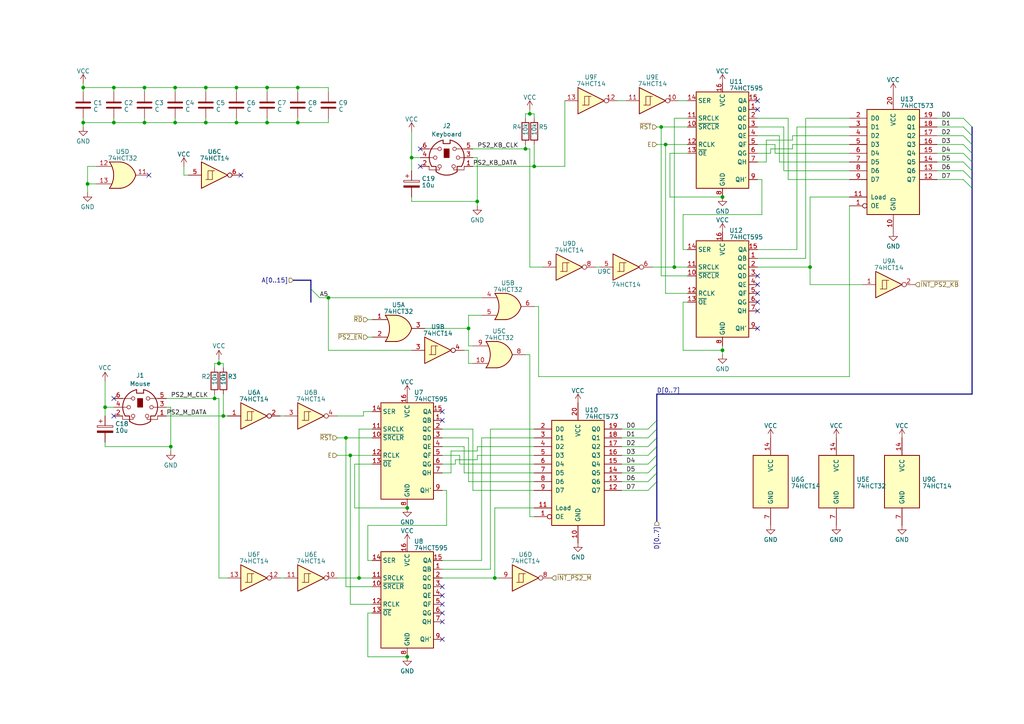
<source format=kicad_sch>
(kicad_sch (version 20231120) (generator "eeschema") (generator_version "8.0")
  (paper "A4")
  (lib_symbols
    (symbol "74xx:74HC14" (pin_names (offset 1.016))
      (property "Reference" "U" (at 0 1.27 0))
      (property "Value" "74HC14" (at 0 -1.27 0))
      (symbol "74HC14_1_0"
        (polyline (pts (xy -3.81 3.81) (xy -3.81 -3.81) (xy 3.81 0) (xy -3.81 3.81)) (stroke (width 0.254)) (fill (type background)))
        (pin input line (at -7.62 0 0) (length 3.81) (name "~") (number "1"))
        (pin output inverted (at 7.62 0 180) (length 3.81) (name "~") (number "2"))
      )
      (symbol "74HC14_1_1"
        (polyline (pts (xy -1.905 -1.27) (xy -1.905 1.27) (xy -0.635 1.27)))
        (polyline (pts (xy -2.54 -1.27) (xy -0.635 -1.27) (xy -0.635 1.27) (xy 0 1.27)))
      )
      (symbol "74HC14_2_0"
        (polyline (pts (xy -3.81 3.81) (xy -3.81 -3.81) (xy 3.81 0) (xy -3.81 3.81)) (stroke (width 0.254)) (fill (type background)))
        (pin input line (at -7.62 0 0) (length 3.81) (name "~") (number "3"))
        (pin output inverted (at 7.62 0 180) (length 3.81) (name "~") (number "4"))
      )
      (symbol "74HC14_2_1"
        (polyline (pts (xy -1.905 -1.27) (xy -1.905 1.27) (xy -0.635 1.27)))
        (polyline (pts (xy -2.54 -1.27) (xy -0.635 -1.27) (xy -0.635 1.27) (xy 0 1.27)))
      )
      (symbol "74HC14_3_0"
        (polyline (pts (xy -3.81 3.81) (xy -3.81 -3.81) (xy 3.81 0) (xy -3.81 3.81)) (stroke (width 0.254)) (fill (type background)))
        (pin input line (at -7.62 0 0) (length 3.81) (name "~") (number "5"))
        (pin output inverted (at 7.62 0 180) (length 3.81) (name "~") (number "6"))
      )
      (symbol "74HC14_3_1"
        (polyline (pts (xy -1.905 -1.27) (xy -1.905 1.27) (xy -0.635 1.27)))
        (polyline (pts (xy -2.54 -1.27) (xy -0.635 -1.27) (xy -0.635 1.27) (xy 0 1.27)))
      )
      (symbol "74HC14_4_0"
        (polyline (pts (xy -3.81 3.81) (xy -3.81 -3.81) (xy 3.81 0) (xy -3.81 3.81)) (stroke (width 0.254)) (fill (type background)))
        (pin output inverted (at 7.62 0 180) (length 3.81) (name "~") (number "8"))
        (pin input line (at -7.62 0 0) (length 3.81) (name "~") (number "9"))
      )
      (symbol "74HC14_4_1"
        (polyline (pts (xy -1.905 -1.27) (xy -1.905 1.27) (xy -0.635 1.27)))
        (polyline (pts (xy -2.54 -1.27) (xy -0.635 -1.27) (xy -0.635 1.27) (xy 0 1.27)))
      )
      (symbol "74HC14_5_0"
        (polyline (pts (xy -3.81 3.81) (xy -3.81 -3.81) (xy 3.81 0) (xy -3.81 3.81)) (stroke (width 0.254)) (fill (type background)))
        (pin output inverted (at 7.62 0 180) (length 3.81) (name "~") (number "10"))
        (pin input line (at -7.62 0 0) (length 3.81) (name "~") (number "11"))
      )
      (symbol "74HC14_5_1"
        (polyline (pts (xy -1.905 -1.27) (xy -1.905 1.27) (xy -0.635 1.27)))
        (polyline (pts (xy -2.54 -1.27) (xy -0.635 -1.27) (xy -0.635 1.27) (xy 0 1.27)))
      )
      (symbol "74HC14_6_0"
        (polyline (pts (xy -3.81 3.81) (xy -3.81 -3.81) (xy 3.81 0) (xy -3.81 3.81)) (stroke (width 0.254)) (fill (type background)))
        (pin output inverted (at 7.62 0 180) (length 3.81) (name "~") (number "12"))
        (pin input line (at -7.62 0 0) (length 3.81) (name "~") (number "13"))
      )
      (symbol "74HC14_6_1"
        (polyline (pts (xy -1.905 -1.27) (xy -1.905 1.27) (xy -0.635 1.27)))
        (polyline (pts (xy -2.54 -1.27) (xy -0.635 -1.27) (xy -0.635 1.27) (xy 0 1.27)))
      )
      (symbol "74HC14_7_0"
        (pin power_in line (at 0 12.7 270) (length 5.08) (name "VCC") (number "14"))
        (pin power_in line (at 0 -12.7 90) (length 5.08) (name "GND") (number "7"))
      )
      (symbol "74HC14_7_1"
        (rectangle (start -5.08 7.62) (end 5.08 -7.62) (stroke (width 0.254)) (fill (type background)))
      )
    )
    (symbol "74xx:74HC595"
      (property "Reference" "U" (at -7.62 13.97 0))
      (property "Value" "74HC595" (at -7.62 -16.51 0))
      (symbol "74HC595_1_0"
        (pin tri_state line (at 10.16 7.62 180) (length 2.54) (name "QB") (number "1"))
        (pin input line (at -10.16 2.54 0) (length 2.54) (name "~{SRCLR}") (number "10"))
        (pin input line (at -10.16 5.08 0) (length 2.54) (name "SRCLK") (number "11"))
        (pin input line (at -10.16 -2.54 0) (length 2.54) (name "RCLK") (number "12"))
        (pin input line (at -10.16 -5.08 0) (length 2.54) (name "~{OE}") (number "13"))
        (pin input line (at -10.16 10.16 0) (length 2.54) (name "SER") (number "14"))
        (pin tri_state line (at 10.16 10.16 180) (length 2.54) (name "QA") (number "15"))
        (pin power_in line (at 0 15.24 270) (length 2.54) (name "VCC") (number "16"))
        (pin tri_state line (at 10.16 5.08 180) (length 2.54) (name "QC") (number "2"))
        (pin tri_state line (at 10.16 2.54 180) (length 2.54) (name "QD") (number "3"))
        (pin tri_state line (at 10.16 0 180) (length 2.54) (name "QE") (number "4"))
        (pin tri_state line (at 10.16 -2.54 180) (length 2.54) (name "QF") (number "5"))
        (pin tri_state line (at 10.16 -5.08 180) (length 2.54) (name "QG") (number "6"))
        (pin tri_state line (at 10.16 -7.62 180) (length 2.54) (name "QH") (number "7"))
        (pin power_in line (at 0 -17.78 90) (length 2.54) (name "GND") (number "8"))
        (pin output line (at 10.16 -12.7 180) (length 2.54) (name "QH'") (number "9"))
      )
      (symbol "74HC595_1_1"
        (rectangle (start -7.62 12.7) (end 7.62 -15.24) (stroke (width 0.254)) (fill (type background)))
      )
    )
    (symbol "74xx:74LS32" (pin_names (offset 1.016))
      (property "Reference" "U" (at 0 1.27 0))
      (property "Value" "74LS32" (at 0 -1.27 0))
      (symbol "74LS32_1_1"
        (arc (start -3.81 -3.81) (mid -2.589 0) (end -3.81 3.81) (stroke (width 0.254)))
        (arc (start -0.6096 -3.81) (mid 2.1842 -2.5851) (end 3.81 0) (stroke (width 0.254)) (fill (type background)))
        (polyline (pts (xy -3.81 -3.81) (xy -0.635 -3.81)) (stroke (width 0.254)) (fill (type background)))
        (polyline (pts (xy -3.81 3.81) (xy -0.635 3.81)) (stroke (width 0.254)) (fill (type background)))
        (polyline (pts (xy -0.635 3.81) (xy -3.81 3.81) (xy -3.81 3.81) (xy -3.556 3.4036) (xy -3.0226 2.2606) (xy -2.6924 1.0414) (xy -2.6162 -0.254) (xy -2.7686 -1.4986) (xy -3.175 -2.7178) (xy -3.81 -3.81) (xy -3.81 -3.81) (xy -0.635 -3.81)) (stroke (width -25.4)) (fill (type background)))
        (arc (start 3.81 0) (mid 2.1915 2.5936) (end -0.6096 3.81) (stroke (width 0.254)) (fill (type background)))
        (pin input line (at -7.62 2.54 0) (length 4.318) (name "~") (number "1"))
        (pin input line (at -7.62 -2.54 0) (length 4.318) (name "~") (number "2"))
        (pin output line (at 7.62 0 180) (length 3.81) (name "~") (number "3"))
      )
      (symbol "74LS32_1_2"
        (arc (start 0 -3.81) (mid 3.7934 0) (end 0 3.81) (stroke (width 0.254)) (fill (type background)))
        (polyline (pts (xy 0 3.81) (xy -3.81 3.81) (xy -3.81 -3.81) (xy 0 -3.81)) (stroke (width 0.254)) (fill (type background)))
        (pin input inverted (at -7.62 2.54 0) (length 3.81) (name "~") (number "1"))
        (pin input inverted (at -7.62 -2.54 0) (length 3.81) (name "~") (number "2"))
        (pin output inverted (at 7.62 0 180) (length 3.81) (name "~") (number "3"))
      )
      (symbol "74LS32_2_1"
        (arc (start -3.81 -3.81) (mid -2.589 0) (end -3.81 3.81) (stroke (width 0.254)))
        (arc (start -0.6096 -3.81) (mid 2.1842 -2.5851) (end 3.81 0) (stroke (width 0.254)) (fill (type background)))
        (polyline (pts (xy -3.81 -3.81) (xy -0.635 -3.81)) (stroke (width 0.254)) (fill (type background)))
        (polyline (pts (xy -3.81 3.81) (xy -0.635 3.81)) (stroke (width 0.254)) (fill (type background)))
        (polyline (pts (xy -0.635 3.81) (xy -3.81 3.81) (xy -3.81 3.81) (xy -3.556 3.4036) (xy -3.0226 2.2606) (xy -2.6924 1.0414) (xy -2.6162 -0.254) (xy -2.7686 -1.4986) (xy -3.175 -2.7178) (xy -3.81 -3.81) (xy -3.81 -3.81) (xy -0.635 -3.81)) (stroke (width -25.4)) (fill (type background)))
        (arc (start 3.81 0) (mid 2.1915 2.5936) (end -0.6096 3.81) (stroke (width 0.254)) (fill (type background)))
        (pin input line (at -7.62 2.54 0) (length 4.318) (name "~") (number "4"))
        (pin input line (at -7.62 -2.54 0) (length 4.318) (name "~") (number "5"))
        (pin output line (at 7.62 0 180) (length 3.81) (name "~") (number "6"))
      )
      (symbol "74LS32_2_2"
        (arc (start 0 -3.81) (mid 3.7934 0) (end 0 3.81) (stroke (width 0.254)) (fill (type background)))
        (polyline (pts (xy 0 3.81) (xy -3.81 3.81) (xy -3.81 -3.81) (xy 0 -3.81)) (stroke (width 0.254)) (fill (type background)))
        (pin input inverted (at -7.62 2.54 0) (length 3.81) (name "~") (number "4"))
        (pin input inverted (at -7.62 -2.54 0) (length 3.81) (name "~") (number "5"))
        (pin output inverted (at 7.62 0 180) (length 3.81) (name "~") (number "6"))
      )
      (symbol "74LS32_3_1"
        (arc (start -3.81 -3.81) (mid -2.589 0) (end -3.81 3.81) (stroke (width 0.254)))
        (arc (start -0.6096 -3.81) (mid 2.1842 -2.5851) (end 3.81 0) (stroke (width 0.254)) (fill (type background)))
        (polyline (pts (xy -3.81 -3.81) (xy -0.635 -3.81)) (stroke (width 0.254)) (fill (type background)))
        (polyline (pts (xy -3.81 3.81) (xy -0.635 3.81)) (stroke (width 0.254)) (fill (type background)))
        (polyline (pts (xy -0.635 3.81) (xy -3.81 3.81) (xy -3.81 3.81) (xy -3.556 3.4036) (xy -3.0226 2.2606) (xy -2.6924 1.0414) (xy -2.6162 -0.254) (xy -2.7686 -1.4986) (xy -3.175 -2.7178) (xy -3.81 -3.81) (xy -3.81 -3.81) (xy -0.635 -3.81)) (stroke (width -25.4)) (fill (type background)))
        (arc (start 3.81 0) (mid 2.1915 2.5936) (end -0.6096 3.81) (stroke (width 0.254)) (fill (type background)))
        (pin input line (at -7.62 -2.54 0) (length 4.318) (name "~") (number "10"))
        (pin output line (at 7.62 0 180) (length 3.81) (name "~") (number "8"))
        (pin input line (at -7.62 2.54 0) (length 4.318) (name "~") (number "9"))
      )
      (symbol "74LS32_3_2"
        (arc (start 0 -3.81) (mid 3.7934 0) (end 0 3.81) (stroke (width 0.254)) (fill (type background)))
        (polyline (pts (xy 0 3.81) (xy -3.81 3.81) (xy -3.81 -3.81) (xy 0 -3.81)) (stroke (width 0.254)) (fill (type background)))
        (pin input inverted (at -7.62 -2.54 0) (length 3.81) (name "~") (number "10"))
        (pin output inverted (at 7.62 0 180) (length 3.81) (name "~") (number "8"))
        (pin input inverted (at -7.62 2.54 0) (length 3.81) (name "~") (number "9"))
      )
      (symbol "74LS32_4_1"
        (arc (start -3.81 -3.81) (mid -2.589 0) (end -3.81 3.81) (stroke (width 0.254)))
        (arc (start -0.6096 -3.81) (mid 2.1842 -2.5851) (end 3.81 0) (stroke (width 0.254)) (fill (type background)))
        (polyline (pts (xy -3.81 -3.81) (xy -0.635 -3.81)) (stroke (width 0.254)) (fill (type background)))
        (polyline (pts (xy -3.81 3.81) (xy -0.635 3.81)) (stroke (width 0.254)) (fill (type background)))
        (polyline (pts (xy -0.635 3.81) (xy -3.81 3.81) (xy -3.81 3.81) (xy -3.556 3.4036) (xy -3.0226 2.2606) (xy -2.6924 1.0414) (xy -2.6162 -0.254) (xy -2.7686 -1.4986) (xy -3.175 -2.7178) (xy -3.81 -3.81) (xy -3.81 -3.81) (xy -0.635 -3.81)) (stroke (width -25.4)) (fill (type background)))
        (arc (start 3.81 0) (mid 2.1915 2.5936) (end -0.6096 3.81) (stroke (width 0.254)) (fill (type background)))
        (pin output line (at 7.62 0 180) (length 3.81) (name "~") (number "11"))
        (pin input line (at -7.62 2.54 0) (length 4.318) (name "~") (number "12"))
        (pin input line (at -7.62 -2.54 0) (length 4.318) (name "~") (number "13"))
      )
      (symbol "74LS32_4_2"
        (arc (start 0 -3.81) (mid 3.7934 0) (end 0 3.81) (stroke (width 0.254)) (fill (type background)))
        (polyline (pts (xy 0 3.81) (xy -3.81 3.81) (xy -3.81 -3.81) (xy 0 -3.81)) (stroke (width 0.254)) (fill (type background)))
        (pin output inverted (at 7.62 0 180) (length 3.81) (name "~") (number "11"))
        (pin input inverted (at -7.62 2.54 0) (length 3.81) (name "~") (number "12"))
        (pin input inverted (at -7.62 -2.54 0) (length 3.81) (name "~") (number "13"))
      )
      (symbol "74LS32_5_0"
        (pin power_in line (at 0 12.7 270) (length 5.08) (name "VCC") (number "14"))
        (pin power_in line (at 0 -12.7 90) (length 5.08) (name "GND") (number "7"))
      )
      (symbol "74LS32_5_1"
        (rectangle (start -5.08 7.62) (end 5.08 -7.62) (stroke (width 0.254)) (fill (type background)))
      )
    )
    (symbol "74xx:74LS573" (pin_names (offset 1.016))
      (property "Reference" "U" (at -7.62 16.51 0))
      (property "Value" "74LS573" (at -7.62 -16.51 0))
      (symbol "74LS573_1_0"
        (pin input inverted (at -12.7 -12.7 0) (length 5.08) (name "OE") (number "1"))
        (pin power_in line (at 0 -20.32 90) (length 5.08) (name "GND") (number "10"))
        (pin input line (at -12.7 -10.16 0) (length 5.08) (name "Load") (number "11"))
        (pin tri_state line (at 12.7 -5.08 180) (length 5.08) (name "Q7") (number "12"))
        (pin tri_state line (at 12.7 -2.54 180) (length 5.08) (name "Q6") (number "13"))
        (pin tri_state line (at 12.7 0 180) (length 5.08) (name "Q5") (number "14"))
        (pin tri_state line (at 12.7 2.54 180) (length 5.08) (name "Q4") (number "15"))
        (pin tri_state line (at 12.7 5.08 180) (length 5.08) (name "Q3") (number "16"))
        (pin tri_state line (at 12.7 7.62 180) (length 5.08) (name "Q2") (number "17"))
        (pin tri_state line (at 12.7 10.16 180) (length 5.08) (name "Q1") (number "18"))
        (pin tri_state line (at 12.7 12.7 180) (length 5.08) (name "Q0") (number "19"))
        (pin input line (at -12.7 12.7 0) (length 5.08) (name "D0") (number "2"))
        (pin power_in line (at 0 20.32 270) (length 5.08) (name "VCC") (number "20"))
        (pin input line (at -12.7 10.16 0) (length 5.08) (name "D1") (number "3"))
        (pin input line (at -12.7 7.62 0) (length 5.08) (name "D2") (number "4"))
        (pin input line (at -12.7 5.08 0) (length 5.08) (name "D3") (number "5"))
        (pin input line (at -12.7 2.54 0) (length 5.08) (name "D4") (number "6"))
        (pin input line (at -12.7 0 0) (length 5.08) (name "D5") (number "7"))
        (pin input line (at -12.7 -2.54 0) (length 5.08) (name "D6") (number "8"))
        (pin input line (at -12.7 -5.08 0) (length 5.08) (name "D7") (number "9"))
      )
      (symbol "74LS573_1_1"
        (rectangle (start -7.62 15.24) (end 7.62 -15.24) (stroke (width 0.254)) (fill (type background)))
      )
    )
    (symbol "Connector:Mini-DIN-6" (pin_names (offset 1.016))
      (property "Reference" "J" (at 0 6.35 0))
      (property "Value" "Mini-DIN-6" (at 0 -6.35 0))
      (symbol "Mini-DIN-6_0_1"
        (circle (center -3.302 0) (radius 0.508))
        (arc (start -3.048 -4.064) (mid 0 -5.08) (end 3.048 -4.064) (stroke (width 0.254)))
        (circle (center -2.032 -2.54) (radius 0.508))
        (circle (center -2.032 2.54) (radius 0.508))
        (arc (start -1.016 5.08) (mid -4.6228 2.1214) (end -4.318 -2.54) (stroke (width 0.254)))
        (rectangle (start -0.762 2.54) (end 0.762 0) (fill (type outline)))
        (polyline (pts (xy -3.81 0) (xy -5.08 0)))
        (polyline (pts (xy -2.54 2.54) (xy -5.08 2.54)))
        (polyline (pts (xy 2.794 2.54) (xy 5.08 2.54)))
        (polyline (pts (xy 5.08 0) (xy 3.81 0)))
        (polyline (pts (xy -4.318 -2.54) (xy -3.048 -2.54) (xy -3.048 -4.064)) (stroke (width 0.254)))
        (polyline (pts (xy 4.318 -2.54) (xy 3.048 -2.54) (xy 3.048 -4.064)) (stroke (width 0.254)))
        (polyline (pts (xy -2.032 -3.048) (xy -2.032 -3.556) (xy -5.08 -3.556) (xy -5.08 -2.54)))
        (polyline (pts (xy -1.016 5.08) (xy -1.016 4.064) (xy 1.016 4.064) (xy 1.016 5.08)) (stroke (width 0.254)))
        (polyline (pts (xy 2.032 -3.048) (xy 2.032 -3.556) (xy 5.08 -3.556) (xy 5.08 -2.54)))
        (circle (center 2.032 -2.54) (radius 0.508))
        (circle (center 2.286 2.54) (radius 0.508))
        (circle (center 3.302 0) (radius 0.508))
        (arc (start 4.318 -2.54) (mid 4.6661 2.1322) (end 1.016 5.08) (stroke (width 0.254)))
      )
      (symbol "Mini-DIN-6_1_1"
        (pin passive line (at 7.62 -2.54 180) (length 2.54) (name "~") (number "1"))
        (pin passive line (at -7.62 -2.54 0) (length 2.54) (name "~") (number "2"))
        (pin passive line (at 7.62 0 180) (length 2.54) (name "~") (number "3"))
        (pin passive line (at -7.62 0 0) (length 2.54) (name "~") (number "4"))
        (pin passive line (at 7.62 2.54 180) (length 2.54) (name "~") (number "5"))
        (pin passive line (at -7.62 2.54 0) (length 2.54) (name "~") (number "6"))
      )
    )
    (symbol "Device:C" (pin_numbers hide) (pin_names (offset 0.254))
      (property "Reference" "C" (at 0.635 2.54 0))
      (property "Value" "C" (at 0.635 -2.54 0))
      (symbol "C_0_1"
        (polyline (pts (xy -2.032 -0.762) (xy 2.032 -0.762)) (stroke (width 0.508)))
        (polyline (pts (xy -2.032 0.762) (xy 2.032 0.762)) (stroke (width 0.508)))
      )
      (symbol "C_1_1"
        (pin passive line (at 0 3.81 270) (length 2.794) (name "~") (number "1"))
        (pin passive line (at 0 -3.81 90) (length 2.794) (name "~") (number "2"))
      )
    )
    (symbol "Device:C_Polarized" (pin_numbers hide) (pin_names (offset 0.254))
      (property "Reference" "C" (at 0.635 2.54 0))
      (property "Value" "C_Polarized" (at 0.635 -2.54 0))
      (symbol "C_Polarized_0_1"
        (rectangle (start -2.286 0.508) (end 2.286 1.016))
        (polyline (pts (xy -1.778 2.286) (xy -0.762 2.286)))
        (polyline (pts (xy -1.27 2.794) (xy -1.27 1.778)))
        (rectangle (start 2.286 -0.508) (end -2.286 -1.016) (fill (type outline)))
      )
      (symbol "C_Polarized_1_1"
        (pin passive line (at 0 3.81 270) (length 2.794) (name "~") (number "1"))
        (pin passive line (at 0 -3.81 90) (length 2.794) (name "~") (number "2"))
      )
    )
    (symbol "Device:R" (pin_numbers hide) (pin_names (offset 0))
      (property "Reference" "R" (at 2.032 0 90))
      (property "Value" "R" (at 0 0 90))
      (symbol "R_0_1"
        (rectangle (start -1.016 -2.54) (end 1.016 2.54) (stroke (width 0.254)))
      )
      (symbol "R_1_1"
        (pin passive line (at 0 3.81 270) (length 1.27) (name "~") (number "1"))
        (pin passive line (at 0 -3.81 90) (length 1.27) (name "~") (number "2"))
      )
    )
    (symbol "power:GND" (power) (pin_names (offset 0))
      (property "Value" "GND" (at 0 -3.81 0))
      (symbol "GND_0_1"
        (polyline (pts (xy 0 0) (xy 0 -1.27) (xy 1.27 -1.27) (xy 0 -2.54) (xy -1.27 -1.27) (xy 0 -1.27)))
      )
      (symbol "GND_1_1"
        (pin power_in line (at 0 0 270) (length 0) hide (name "GND") (number "1"))
      )
    )
    (symbol "power:VCC" (power) (pin_names (offset 0))
      (property "Value" "VCC" (at 0 3.81 0))
      (symbol "VCC_0_1"
        (polyline (pts (xy -0.762 1.27) (xy 0 2.54)))
        (polyline (pts (xy 0 0) (xy 0 2.54)))
        (polyline (pts (xy 0 2.54) (xy 0.762 1.27)))
      )
      (symbol "VCC_1_1"
        (pin power_in line (at 0 0 90) (length 0) hide (name "VCC") (number "1"))
      )
    )
  )
  (junction (at 63.5 105.41))
  (junction (at 234.95 77.47))
  (junction (at 154.94 48.26))
  (junction (at 193.04 41.91))
  (junction (at 77.47 35.56))
  (junction (at 143.51 167.64))
  (junction (at 62.23 115.57))
  (junction (at 95.25 86.36))
  (junction (at 41.91 35.56))
  (junction (at 209.55 101.6))
  (junction (at 195.58 77.47))
  (junction (at 86.36 35.56))
  (junction (at 50.8 25.4))
  (junction (at 24.13 25.4))
  (junction (at 119.38 45.72))
  (junction (at 118.11 147.32))
  (junction (at 25.4 53.34))
  (junction (at 209.55 57.15))
  (junction (at 68.58 25.4))
  (junction (at 50.8 35.56))
  (junction (at 135.89 95.25))
  (junction (at 24.13 35.56))
  (junction (at 152.4 43.18))
  (junction (at 64.77 120.65))
  (junction (at 68.58 35.56))
  (junction (at 101.6 132.08))
  (junction (at 138.43 58.42))
  (junction (at 33.02 25.4))
  (junction (at 118.11 190.5))
  (junction (at 77.47 25.4))
  (junction (at 153.67 33.02))
  (junction (at 100.33 127))
  (junction (at 104.14 167.64))
  (junction (at 59.69 25.4))
  (junction (at 49.53 129.54))
  (junction (at 41.91 25.4))
  (junction (at 33.02 35.56))
  (junction (at 86.36 25.4))
  (junction (at 59.69 35.56))
  (junction (at 30.48 118.11))
  (junction (at 191.77 36.83))
  (no_connect (at 219.71 29.21))
  (no_connect (at 33.02 120.65))
  (no_connect (at 128.27 119.38))
  (no_connect (at 121.92 48.26))
  (no_connect (at 121.92 43.18))
  (no_connect (at 128.27 180.34))
  (no_connect (at 69.85 50.8))
  (no_connect (at 128.27 177.8))
  (no_connect (at 128.27 121.92))
  (no_connect (at 219.71 80.01))
  (no_connect (at 128.27 172.72))
  (no_connect (at 219.71 82.55))
  (no_connect (at 219.71 31.75))
  (no_connect (at 219.71 95.25))
  (no_connect (at 219.71 85.09))
  (no_connect (at 219.71 87.63))
  (no_connect (at 128.27 170.18))
  (no_connect (at 128.27 185.42))
  (no_connect (at 33.02 115.57))
  (no_connect (at 128.27 175.26))
  (no_connect (at 219.71 90.17))
  (no_connect (at 43.18 50.8))
  (bus_entry (at 190.5 121.92) (size -2.54 2.54))
  (bus_entry (at 281.94 39.37) (size -2.54 -2.54))
  (bus_entry (at 281.94 36.83) (size -2.54 -2.54))
  (bus_entry (at 281.94 49.53) (size -2.54 -2.54))
  (bus_entry (at 281.94 46.99) (size -2.54 -2.54))
  (bus_entry (at 281.94 41.91) (size -2.54 -2.54))
  (bus_entry (at 190.5 127) (size -2.54 2.54))
  (bus_entry (at 190.5 134.62) (size -2.54 2.54))
  (bus_entry (at 281.94 54.61) (size -2.54 -2.54))
  (bus_entry (at 281.94 52.07) (size -2.54 -2.54))
  (bus_entry (at 190.5 132.08) (size -2.54 2.54))
  (bus_entry (at 190.5 124.46) (size -2.54 2.54))
  (bus_entry (at 281.94 44.45) (size -2.54 -2.54))
  (bus_entry (at 190.5 139.7) (size -2.54 2.54))
  (bus_entry (at 190.5 137.16) (size -2.54 2.54))
  (bus_entry (at 90.17 83.82) (size 2.54 2.54))
  (bus_entry (at 190.5 129.54) (size -2.54 2.54))
  (wire (pts (xy 77.47 26.67) (xy 77.47 25.4)))
  (wire (pts (xy 142.24 124.46) (xy 154.94 124.46)))
  (bus (pts (xy 190.5 124.46) (xy 190.5 127)))
  (wire (pts (xy 135.89 91.44) (xy 139.7 91.44)))
  (bus (pts (xy 281.94 49.53) (xy 281.94 52.07)))
  (wire (pts (xy 180.34 127) (xy 187.96 127)))
  (wire (pts (xy 143.51 167.64) (xy 144.78 167.64)))
  (wire (pts (xy 219.71 44.45) (xy 223.52 44.45)))
  (wire (pts (xy 59.69 35.56) (xy 68.58 35.56)))
  (wire (pts (xy 271.78 52.07) (xy 279.4 52.07)))
  (wire (pts (xy 234.95 82.55) (xy 250.19 82.55)))
  (wire (pts (xy 64.77 114.3) (xy 64.77 120.65)))
  (wire (pts (xy 180.34 129.54) (xy 187.96 129.54)))
  (wire (pts (xy 41.91 25.4) (xy 41.91 26.67)))
  (wire (pts (xy 128.27 165.1) (xy 142.24 165.1)))
  (wire (pts (xy 107.95 177.8) (xy 106.68 177.8)))
  (wire (pts (xy 48.26 120.65) (xy 64.77 120.65)))
  (wire (pts (xy 193.04 41.91) (xy 199.39 41.91)))
  (wire (pts (xy 24.13 25.4) (xy 24.13 26.67)))
  (wire (pts (xy 154.94 147.32) (xy 143.51 147.32)))
  (wire (pts (xy 142.24 165.1) (xy 142.24 124.46)))
  (wire (pts (xy 138.43 58.42) (xy 138.43 59.69)))
  (wire (pts (xy 119.38 38.1) (xy 119.38 45.72)))
  (wire (pts (xy 154.94 41.91) (xy 154.94 48.26)))
  (wire (pts (xy 64.77 105.41) (xy 63.5 105.41)))
  (wire (pts (xy 128.27 127) (xy 135.89 127)))
  (wire (pts (xy 271.78 39.37) (xy 279.4 39.37)))
  (wire (pts (xy 100.33 127) (xy 107.95 127)))
  (wire (pts (xy 24.13 25.4) (xy 33.02 25.4)))
  (wire (pts (xy 157.48 77.47) (xy 153.67 77.47)))
  (wire (pts (xy 49.53 130.81) (xy 49.53 129.54)))
  (wire (pts (xy 33.02 35.56) (xy 41.91 35.56)))
  (wire (pts (xy 220.98 52.07) (xy 220.98 62.23)))
  (bus (pts (xy 90.17 81.28) (xy 90.17 83.82)))
  (wire (pts (xy 154.94 142.24) (xy 137.16 142.24)))
  (wire (pts (xy 234.95 82.55) (xy 234.95 77.47)))
  (bus (pts (xy 190.5 127) (xy 190.5 129.54)))
  (wire (pts (xy 137.16 45.72) (xy 138.43 45.72)))
  (wire (pts (xy 50.8 25.4) (xy 59.69 25.4)))
  (wire (pts (xy 130.81 137.16) (xy 130.81 130.81)))
  (wire (pts (xy 195.58 34.29) (xy 199.39 34.29)))
  (wire (pts (xy 77.47 35.56) (xy 86.36 35.56)))
  (wire (pts (xy 33.02 118.11) (xy 30.48 118.11)))
  (wire (pts (xy 64.77 120.65) (xy 66.04 120.65)))
  (bus (pts (xy 190.5 132.08) (xy 190.5 134.62)))
  (wire (pts (xy 229.87 41.91) (xy 246.38 41.91)))
  (wire (pts (xy 180.34 137.16) (xy 187.96 137.16)))
  (wire (pts (xy 77.47 34.29) (xy 77.47 35.56)))
  (wire (pts (xy 222.25 40.64) (xy 229.87 40.64)))
  (wire (pts (xy 41.91 34.29) (xy 41.91 35.56)))
  (wire (pts (xy 139.7 162.56) (xy 139.7 127)))
  (wire (pts (xy 231.14 36.83) (xy 246.38 36.83)))
  (wire (pts (xy 153.67 31.75) (xy 153.67 33.02)))
  (wire (pts (xy 123.19 95.25) (xy 135.89 95.25)))
  (wire (pts (xy 219.71 36.83) (xy 227.33 36.83)))
  (wire (pts (xy 190.5 36.83) (xy 191.77 36.83)))
  (bus (pts (xy 190.5 129.54) (xy 190.5 132.08)))
  (bus (pts (xy 281.94 36.83) (xy 281.94 39.37)))
  (wire (pts (xy 59.69 25.4) (xy 68.58 25.4)))
  (wire (pts (xy 133.35 132.08) (xy 133.35 134.62)))
  (wire (pts (xy 106.68 162.56) (xy 107.95 162.56)))
  (wire (pts (xy 154.94 33.02) (xy 154.94 34.29)))
  (wire (pts (xy 63.5 105.41) (xy 62.23 105.41)))
  (wire (pts (xy 86.36 26.67) (xy 86.36 25.4)))
  (wire (pts (xy 135.89 100.33) (xy 137.16 100.33)))
  (wire (pts (xy 135.89 91.44) (xy 135.89 95.25)))
  (wire (pts (xy 137.16 124.46) (xy 128.27 124.46)))
  (wire (pts (xy 199.39 44.45) (xy 194.31 44.45)))
  (wire (pts (xy 107.95 134.62) (xy 102.87 134.62)))
  (wire (pts (xy 246.38 57.15) (xy 234.95 57.15)))
  (wire (pts (xy 163.83 48.26) (xy 163.83 29.21)))
  (wire (pts (xy 119.38 49.53) (xy 119.38 45.72)))
  (wire (pts (xy 119.38 58.42) (xy 138.43 58.42)))
  (wire (pts (xy 156.21 109.22) (xy 246.38 109.22)))
  (wire (pts (xy 196.85 29.21) (xy 199.39 29.21)))
  (bus (pts (xy 281.94 52.07) (xy 281.94 54.61)))
  (wire (pts (xy 33.02 26.67) (xy 33.02 25.4)))
  (wire (pts (xy 97.79 120.65) (xy 105.41 120.65)))
  (wire (pts (xy 172.72 77.47) (xy 173.99 77.47)))
  (wire (pts (xy 41.91 35.56) (xy 50.8 35.56)))
  (wire (pts (xy 86.36 25.4) (xy 95.25 25.4)))
  (wire (pts (xy 48.26 118.11) (xy 49.53 118.11)))
  (wire (pts (xy 228.6 52.07) (xy 228.6 34.29)))
  (wire (pts (xy 246.38 52.07) (xy 228.6 52.07)))
  (wire (pts (xy 137.16 142.24) (xy 137.16 124.46)))
  (wire (pts (xy 191.77 80.01) (xy 199.39 80.01)))
  (wire (pts (xy 129.54 142.24) (xy 129.54 152.4)))
  (wire (pts (xy 132.08 134.62) (xy 132.08 133.35)))
  (wire (pts (xy 219.71 77.47) (xy 234.95 77.47)))
  (wire (pts (xy 100.33 127) (xy 100.33 170.18)))
  (wire (pts (xy 133.35 134.62) (xy 154.94 134.62)))
  (wire (pts (xy 198.12 72.39) (xy 199.39 72.39)))
  (wire (pts (xy 59.69 34.29) (xy 59.69 35.56)))
  (wire (pts (xy 199.39 87.63) (xy 198.12 87.63)))
  (wire (pts (xy 135.89 101.6) (xy 134.62 101.6)))
  (bus (pts (xy 281.94 44.45) (xy 281.94 46.99)))
  (bus (pts (xy 190.5 134.62) (xy 190.5 137.16)))
  (wire (pts (xy 95.25 26.67) (xy 95.25 25.4)))
  (wire (pts (xy 195.58 77.47) (xy 199.39 77.47)))
  (wire (pts (xy 156.21 109.22) (xy 156.21 88.9)))
  (wire (pts (xy 180.34 139.7) (xy 187.96 139.7)))
  (wire (pts (xy 68.58 35.56) (xy 77.47 35.56)))
  (wire (pts (xy 63.5 167.64) (xy 63.5 115.57)))
  (wire (pts (xy 135.89 139.7) (xy 154.94 139.7)))
  (wire (pts (xy 138.43 132.08) (xy 154.94 132.08)))
  (wire (pts (xy 226.06 46.99) (xy 246.38 46.99)))
  (wire (pts (xy 154.94 88.9) (xy 156.21 88.9)))
  (wire (pts (xy 66.04 167.64) (xy 63.5 167.64)))
  (wire (pts (xy 195.58 77.47) (xy 195.58 34.29)))
  (wire (pts (xy 233.68 34.29) (xy 246.38 34.29)))
  (wire (pts (xy 135.89 101.6) (xy 135.89 105.41)))
  (wire (pts (xy 229.87 43.18) (xy 229.87 41.91)))
  (wire (pts (xy 152.4 43.18) (xy 153.67 43.18)))
  (wire (pts (xy 137.16 48.26) (xy 154.94 48.26)))
  (wire (pts (xy 229.87 39.37) (xy 246.38 39.37)))
  (wire (pts (xy 97.79 127) (xy 100.33 127)))
  (wire (pts (xy 219.71 46.99) (xy 222.25 46.99)))
  (wire (pts (xy 68.58 34.29) (xy 68.58 35.56)))
  (wire (pts (xy 106.68 97.79) (xy 107.95 97.79)))
  (wire (pts (xy 143.51 147.32) (xy 143.51 167.64)))
  (wire (pts (xy 25.4 53.34) (xy 25.4 55.88)))
  (wire (pts (xy 132.08 133.35) (xy 138.43 133.35)))
  (wire (pts (xy 198.12 101.6) (xy 209.55 101.6)))
  (wire (pts (xy 128.27 134.62) (xy 132.08 134.62)))
  (wire (pts (xy 153.67 149.86) (xy 154.94 149.86)))
  (wire (pts (xy 62.23 114.3) (xy 62.23 115.57)))
  (wire (pts (xy 180.34 134.62) (xy 187.96 134.62)))
  (bus (pts (xy 190.5 137.16) (xy 190.5 139.7)))
  (wire (pts (xy 33.02 34.29) (xy 33.02 35.56)))
  (wire (pts (xy 129.54 152.4) (xy 106.68 152.4)))
  (wire (pts (xy 59.69 26.67) (xy 59.69 25.4)))
  (wire (pts (xy 97.79 167.64) (xy 104.14 167.64)))
  (wire (pts (xy 48.26 115.57) (xy 62.23 115.57)))
  (wire (pts (xy 271.78 46.99) (xy 279.4 46.99)))
  (wire (pts (xy 41.91 25.4) (xy 50.8 25.4)))
  (wire (pts (xy 138.43 133.35) (xy 138.43 132.08)))
  (wire (pts (xy 224.79 41.91) (xy 224.79 44.45)))
  (wire (pts (xy 104.14 124.46) (xy 107.95 124.46)))
  (wire (pts (xy 153.67 102.87) (xy 153.67 149.86)))
  (wire (pts (xy 24.13 34.29) (xy 24.13 35.56)))
  (wire (pts (xy 30.48 129.54) (xy 49.53 129.54)))
  (wire (pts (xy 24.13 35.56) (xy 24.13 36.83)))
  (wire (pts (xy 81.28 120.65) (xy 82.55 120.65)))
  (bus (pts (xy 281.94 114.3) (xy 190.5 114.3)))
  (wire (pts (xy 271.78 41.91) (xy 279.4 41.91)))
  (wire (pts (xy 30.48 128.27) (xy 30.48 129.54)))
  (wire (pts (xy 219.71 39.37) (xy 226.06 39.37)))
  (wire (pts (xy 209.55 101.6) (xy 209.55 102.87)))
  (wire (pts (xy 138.43 130.81) (xy 138.43 129.54)))
  (wire (pts (xy 220.98 62.23) (xy 198.12 62.23)))
  (wire (pts (xy 104.14 167.64) (xy 104.14 124.46)))
  (wire (pts (xy 199.39 36.83) (xy 191.77 36.83)))
  (wire (pts (xy 128.27 162.56) (xy 139.7 162.56)))
  (wire (pts (xy 138.43 45.72) (xy 138.43 58.42)))
  (wire (pts (xy 227.33 49.53) (xy 246.38 49.53)))
  (wire (pts (xy 53.34 50.8) (xy 54.61 50.8)))
  (wire (pts (xy 27.94 48.26) (xy 25.4 48.26)))
  (wire (pts (xy 194.31 57.15) (xy 209.55 57.15)))
  (bus (pts (xy 85.09 81.28) (xy 90.17 81.28)))
  (wire (pts (xy 101.6 175.26) (xy 107.95 175.26)))
  (wire (pts (xy 101.6 132.08) (xy 107.95 132.08)))
  (wire (pts (xy 137.16 43.18) (xy 152.4 43.18)))
  (wire (pts (xy 223.52 43.18) (xy 229.87 43.18)))
  (wire (pts (xy 246.38 109.22) (xy 246.38 59.69)))
  (wire (pts (xy 106.68 177.8) (xy 106.68 190.5)))
  (wire (pts (xy 152.4 33.02) (xy 153.67 33.02)))
  (wire (pts (xy 152.4 102.87) (xy 153.67 102.87)))
  (wire (pts (xy 68.58 25.4) (xy 68.58 26.67)))
  (wire (pts (xy 229.87 40.64) (xy 229.87 39.37)))
  (wire (pts (xy 24.13 24.13) (xy 24.13 25.4)))
  (wire (pts (xy 154.94 48.26) (xy 163.83 48.26)))
  (wire (pts (xy 95.25 101.6) (xy 95.25 86.36)))
  (wire (pts (xy 100.33 170.18) (xy 107.95 170.18)))
  (wire (pts (xy 228.6 34.29) (xy 219.71 34.29)))
  (wire (pts (xy 224.79 44.45) (xy 246.38 44.45)))
  (wire (pts (xy 101.6 132.08) (xy 101.6 175.26)))
  (wire (pts (xy 64.77 106.68) (xy 64.77 105.41)))
  (wire (pts (xy 92.71 86.36) (xy 95.25 86.36)))
  (wire (pts (xy 271.78 34.29) (xy 279.4 34.29)))
  (wire (pts (xy 86.36 35.56) (xy 95.25 35.56)))
  (bus (pts (xy 190.5 139.7) (xy 190.5 151.13)))
  (wire (pts (xy 81.28 167.64) (xy 82.55 167.64)))
  (wire (pts (xy 219.71 74.93) (xy 233.68 74.93)))
  (wire (pts (xy 135.89 127) (xy 135.89 139.7)))
  (wire (pts (xy 209.55 101.6) (xy 209.55 100.33)))
  (wire (pts (xy 30.48 120.65) (xy 30.48 118.11)))
  (wire (pts (xy 95.25 86.36) (xy 139.7 86.36)))
  (wire (pts (xy 102.87 147.32) (xy 118.11 147.32)))
  (wire (pts (xy 134.62 137.16) (xy 154.94 137.16)))
  (wire (pts (xy 97.79 132.08) (xy 101.6 132.08)))
  (wire (pts (xy 153.67 33.02) (xy 154.94 33.02)))
  (bus (pts (xy 281.94 54.61) (xy 281.94 114.3)))
  (bus (pts (xy 281.94 39.37) (xy 281.94 41.91)))
  (wire (pts (xy 180.34 142.24) (xy 187.96 142.24)))
  (wire (pts (xy 30.48 110.49) (xy 30.48 118.11)))
  (bus (pts (xy 281.94 41.91) (xy 281.94 44.45)))
  (wire (pts (xy 271.78 44.45) (xy 279.4 44.45)))
  (wire (pts (xy 53.34 48.26) (xy 53.34 50.8)))
  (wire (pts (xy 50.8 34.29) (xy 50.8 35.56)))
  (wire (pts (xy 130.81 130.81) (xy 138.43 130.81)))
  (wire (pts (xy 134.62 129.54) (xy 134.62 137.16)))
  (bus (pts (xy 281.94 46.99) (xy 281.94 49.53)))
  (wire (pts (xy 180.34 124.46) (xy 187.96 124.46)))
  (wire (pts (xy 106.68 92.71) (xy 107.95 92.71)))
  (wire (pts (xy 128.27 137.16) (xy 130.81 137.16)))
  (bus (pts (xy 90.17 83.82) (xy 90.17 87.63)))
  (wire (pts (xy 226.06 39.37) (xy 226.06 46.99)))
  (wire (pts (xy 105.41 119.38) (xy 107.95 119.38)))
  (wire (pts (xy 63.5 104.14) (xy 63.5 105.41)))
  (wire (pts (xy 271.78 36.83) (xy 279.4 36.83)))
  (wire (pts (xy 222.25 46.99) (xy 222.25 40.64)))
  (wire (pts (xy 27.94 53.34) (xy 25.4 53.34)))
  (wire (pts (xy 95.25 34.29) (xy 95.25 35.56)))
  (wire (pts (xy 223.52 44.45) (xy 223.52 43.18)))
  (wire (pts (xy 193.04 85.09) (xy 199.39 85.09)))
  (wire (pts (xy 86.36 34.29) (xy 86.36 35.56)))
  (wire (pts (xy 102.87 134.62) (xy 102.87 147.32)))
  (wire (pts (xy 138.43 129.54) (xy 154.94 129.54)))
  (wire (pts (xy 105.41 120.65) (xy 105.41 119.38)))
  (wire (pts (xy 219.71 41.91) (xy 224.79 41.91)))
  (wire (pts (xy 231.14 72.39) (xy 231.14 36.83)))
  (wire (pts (xy 198.12 87.63) (xy 198.12 101.6)))
  (wire (pts (xy 128.27 142.24) (xy 129.54 142.24)))
  (wire (pts (xy 119.38 57.15) (xy 119.38 58.42)))
  (wire (pts (xy 271.78 49.53) (xy 279.4 49.53)))
  (wire (pts (xy 77.47 25.4) (xy 86.36 25.4)))
  (wire (pts (xy 121.92 45.72) (xy 119.38 45.72)))
  (wire (pts (xy 24.13 35.56) (xy 33.02 35.56)))
  (wire (pts (xy 25.4 48.26) (xy 25.4 53.34)))
  (wire (pts (xy 190.5 41.91) (xy 193.04 41.91)))
  (wire (pts (xy 50.8 35.56) (xy 59.69 35.56)))
  (wire (pts (xy 234.95 57.15) (xy 234.95 77.47)))
  (wire (pts (xy 179.07 29.21) (xy 181.61 29.21)))
  (wire (pts (xy 119.38 101.6) (xy 95.25 101.6)))
  (wire (pts (xy 106.68 190.5) (xy 118.11 190.5)))
  (wire (pts (xy 153.67 77.47) (xy 153.67 43.18)))
  (wire (pts (xy 128.27 129.54) (xy 134.62 129.54)))
  (wire (pts (xy 198.12 62.23) (xy 198.12 72.39)))
  (wire (pts (xy 128.27 167.64) (xy 143.51 167.64)))
  (wire (pts (xy 152.4 41.91) (xy 152.4 43.18)))
  (wire (pts (xy 33.02 25.4) (xy 41.91 25.4)))
  (wire (pts (xy 219.71 52.07) (xy 220.98 52.07)))
  (wire (pts (xy 135.89 95.25) (xy 135.89 100.33)))
  (wire (pts (xy 106.68 152.4) (xy 106.68 162.56)))
  (wire (pts (xy 104.14 167.64) (xy 107.95 167.64)))
  (bus (pts (xy 190.5 114.3) (xy 190.5 121.92)))
  (wire (pts (xy 152.4 34.29) (xy 152.4 33.02)))
  (wire (pts (xy 135.89 105.41) (xy 137.16 105.41)))
  (wire (pts (xy 227.33 36.83) (xy 227.33 49.53)))
  (wire (pts (xy 194.31 44.45) (xy 194.31 57.15)))
  (wire (pts (xy 128.27 132.08) (xy 133.35 132.08)))
  (wire (pts (xy 233.68 74.93) (xy 233.68 34.29)))
  (wire (pts (xy 139.7 127) (xy 154.94 127)))
  (wire (pts (xy 193.04 41.91) (xy 193.04 85.09)))
  (wire (pts (xy 180.34 132.08) (xy 187.96 132.08)))
  (bus (pts (xy 190.5 121.92) (xy 190.5 124.46)))
  (wire (pts (xy 62.23 105.41) (xy 62.23 106.68)))
  (wire (pts (xy 49.53 118.11) (xy 49.53 129.54)))
  (wire (pts (xy 219.71 72.39) (xy 231.14 72.39)))
  (wire (pts (xy 68.58 25.4) (xy 77.47 25.4)))
  (wire (pts (xy 191.77 36.83) (xy 191.77 80.01)))
  (wire (pts (xy 189.23 77.47) (xy 195.58 77.47)))
  (wire (pts (xy 62.23 115.57) (xy 63.5 115.57)))
  (wire (pts (xy 50.8 25.4) (xy 50.8 26.67)))
  (label "D5" (at 181.61 137.16 0))
  (label "D7" (at 181.61 142.24 0))
  (label "D4" (at 181.61 134.62 0))
  (label "D3" (at 181.61 132.08 0))
  (label "D1" (at 181.61 127 0))
  (label "PS2_KB_CLK" (at 138.43 43.18 0))
  (label "D2" (at 273.05 39.37 0))
  (label "A5" (at 92.71 86.36 0))
  (label "PS2_KB_DATA" (at 137.16 48.26 0))
  (label "D3" (at 273.05 41.91 0))
  (label "D0" (at 273.05 34.29 0))
  (label "D5" (at 273.05 46.99 0))
  (label "PS2_M_DATA" (at 48.26 120.65 0))
  (label "D4" (at 273.05 44.45 0))
  (label "PS2_M_CLK" (at 49.53 115.57 0))
  (label "D0" (at 181.61 124.46 0))
  (label "D1" (at 273.05 36.83 0))
  (label "D[0..7]" (at 190.5 114.3 0))
  (label "D7" (at 273.05 52.07 0))
  (label "D6" (at 273.05 49.53 0))
  (label "D6" (at 181.61 139.7 0))
  (label "D2" (at 181.61 129.54 0))
  (hierarchical_label "~{PS2_EN}" (shape input) (at 106.68 97.79 180))
  (hierarchical_label "E" (shape input) (at 190.5 41.91 180))
  (hierarchical_label "~{INT_PS2_KB}" (shape input) (at 265.43 82.55 0))
  (hierarchical_label "~{RST}" (shape input) (at 97.79 127 180))
  (hierarchical_label "~{INT_PS2_M}" (shape input) (at 160.02 167.64 0))
  (hierarchical_label "A[0..15]" (shape input) (at 85.09 81.28 180))
  (hierarchical_label "~{RST}" (shape input) (at 190.5 36.83 180))
  (hierarchical_label "D[0..7]" (shape input) (at 190.5 151.13 270))
  (hierarchical_label "E" (shape input) (at 97.79 132.08 180))
  (hierarchical_label "~{RD}" (shape input) (at 106.68 92.71 180))
  (symbol (lib_id "Device:C") (at 68.58 30.48 0) (unit 1)
    (property "Reference" "C6" (at 71.501 29.8363 0) (effects (justify left)))
    (property "Value" "C" (at 71.501 31.7573 0) (effects (justify left)))
    (property "Footprint" "Capacitor_THT:C_Disc_D5.0mm_W2.5mm_P2.50mm" (effects (hide yes)))
  )
  (symbol (lib_id "Connector:Mini-DIN-6") (at 129.54 45.72 0) (unit 1)
    (property "Reference" "J2" (at 129.5577 36.4955 0))
    (property "Value" "Keyboard" (at 129.5577 38.9198 0))
    (property "Footprint" "motherboard:mini-DIN 6" (effects (hide yes)))
    (property "Datasheet" "http://service.powerdynamics.com/ec/Catalog17/Section%2011.pdf" (effects (hide yes)))
  )
  (symbol (lib_id "74xx:74HC595") (at 118.11 172.72 0) (unit 1)
    (property "Reference" "U8" (at 120.0659 157.0101 0) (effects (justify left)))
    (property "Value" "74HCT595" (at 120.0659 158.9311 0) (effects (justify left)))
    (property "Footprint" "Package_DIP:DIP-16_W7.62mm_Socket" (effects (hide yes)))
    (property "Datasheet" "http://www.ti.com/lit/ds/symlink/sn74hc595.pdf" (effects (hide yes)))
  )
  (symbol (lib_id "power:VCC") (at 53.34 48.26 0) (unit 1)
    (property "Reference" "#PWR014" (effects (hide yes)))
    (property "Value" "VCC" (at 53.34 44.7581 0))
  )
  (symbol (lib_id "74xx:74LS573") (at 259.08 46.99 0) (unit 1)
    (property "Reference" "U13" (at 261.0359 28.7401 0) (effects (justify left)))
    (property "Value" "74HCT573" (at 261.0359 30.6611 0) (effects (justify left)))
    (property "Footprint" "Package_DIP:DIP-20_W7.62mm_Socket" (effects (hide yes)))
    (property "Datasheet" "74xx/74hc573.pdf" (effects (hide yes)))
  )
  (symbol (lib_id "74xx:74HC14") (at 165.1 77.47 0) (unit 4)
    (property "Reference" "U9" (at 165.1 70.6501 0))
    (property "Value" "74HCT14" (at 165.1 72.5711 0))
    (property "Footprint" "Package_DIP:DIP-14_W7.62mm_Socket" (effects (hide yes)))
    (property "Datasheet" "http://www.ti.com/lit/gpn/sn74HC14" (effects (hide yes)))
  )
  (symbol (lib_id "power:VCC") (at 209.55 24.13 0) (unit 1)
    (property "Reference" "#PWR023" (effects (hide yes)))
    (property "Value" "VCC" (at 209.55 20.6281 0))
  )
  (symbol (lib_id "Device:C_Polarized") (at 119.38 53.34 0) (unit 1)
    (property "Reference" "C19" (at 122.301 51.8073 0) (effects (justify left)))
    (property "Value" "10u" (at 122.301 53.7283 0) (effects (justify left)))
    (property "Footprint" "Capacitor_THT:CP_Radial_D4.0mm_P2.00mm" (effects (hide yes)))
  )
  (symbol (lib_id "74xx:74HC14") (at 189.23 29.21 0) (unit 5)
    (property "Reference" "U9" (at 189.23 22.3901 0))
    (property "Value" "74HCT14" (at 189.23 24.3111 0))
    (property "Footprint" "Package_DIP:DIP-14_W7.62mm_Socket" (effects (hide yes)))
    (property "Datasheet" "http://www.ti.com/lit/gpn/sn74HC14" (effects (hide yes)))
  )
  (symbol (lib_id "74xx:74HC14") (at 62.23 50.8 0) (unit 3)
    (property "Reference" "U6" (at 62.23 43.9801 0))
    (property "Value" "74HCT14" (at 62.23 45.9011 0))
    (property "Footprint" "Package_DIP:DIP-14_W7.62mm_Socket" (effects (hide yes)))
    (property "Datasheet" "http://www.ti.com/lit/gpn/sn74HC14" (effects (hide yes)))
  )
  (symbol (lib_id "Device:C") (at 50.8 30.48 0) (unit 1)
    (property "Reference" "C4" (at 53.721 29.8363 0) (effects (justify left)))
    (property "Value" "C" (at 53.721 31.7573 0) (effects (justify left)))
    (property "Footprint" "Capacitor_THT:C_Disc_D5.0mm_W2.5mm_P2.50mm" (effects (hide yes)))
  )
  (symbol (lib_id "Device:C") (at 95.25 30.48 0) (unit 1)
    (property "Reference" "C9" (at 98.171 29.8363 0) (effects (justify left)))
    (property "Value" "C" (at 98.171 31.7573 0) (effects (justify left)))
    (property "Footprint" "Capacitor_THT:C_Disc_D5.0mm_W2.5mm_P2.50mm" (effects (hide yes)))
  )
  (symbol (lib_id "power:GND") (at 209.55 57.15 0) (unit 1)
    (property "Reference" "#PWR024" (effects (hide yes)))
    (property "Value" "GND" (at 209.55 61.2855 0))
  )
  (symbol (lib_id "74xx:74HC14") (at 223.52 139.7 0) (unit 7)
    (property "Reference" "U6" (at 229.362 139.0563 0) (effects (justify left)))
    (property "Value" "74HCT14" (at 229.362 140.9773 0) (effects (justify left)))
    (property "Footprint" "Package_DIP:DIP-14_W7.62mm_Socket" (effects (hide yes)))
    (property "Datasheet" "http://www.ti.com/lit/gpn/sn74HC14" (effects (hide yes)))
  )
  (symbol (lib_id "Device:C") (at 59.69 30.48 0) (unit 1)
    (property "Reference" "C5" (at 62.611 29.8363 0) (effects (justify left)))
    (property "Value" "C" (at 62.611 31.7573 0) (effects (justify left)))
    (property "Footprint" "Capacitor_THT:C_Disc_D5.0mm_W2.5mm_P2.50mm" (effects (hide yes)))
  )
  (symbol (lib_id "74xx:74HC14") (at 127 101.6 0) (unit 2)
    (property "Reference" "U9" (at 127 94.7801 0))
    (property "Value" "74HCT14" (at 127 96.7011 0))
    (property "Footprint" "Package_DIP:DIP-14_W7.62mm_Socket" (effects (hide yes)))
    (property "Datasheet" "http://www.ti.com/lit/gpn/sn74HC14" (effects (hide yes)))
  )
  (symbol (lib_id "Device:R") (at 64.77 110.49 0) (unit 1)
    (property "Reference" "R3" (at 66.04 109.22 0) (effects (justify left)))
    (property "Value" "10k" (at 64.77 111.76 90) (effects (justify left)))
    (property "Footprint" "Resistor_THT:R_Axial_DIN0204_L3.6mm_D1.6mm_P7.62mm_Horizontal" (effects (hide yes)))
  )
  (symbol (lib_id "power:VCC") (at 119.38 38.1 0) (unit 1)
    (property "Reference" "#PWR019" (effects (hide yes)))
    (property "Value" "VCC" (at 119.38 34.5981 0))
  )
  (symbol (lib_id "power:GND") (at 25.4 55.88 0) (unit 1)
    (property "Reference" "#PWR012" (effects (hide yes)))
    (property "Value" "GND" (at 25.4 60.0155 0))
  )
  (symbol (lib_id "Device:C") (at 41.91 30.48 0) (unit 1)
    (property "Reference" "C3" (at 44.831 29.8363 0) (effects (justify left)))
    (property "Value" "C" (at 44.831 31.7573 0) (effects (justify left)))
    (property "Footprint" "Capacitor_THT:C_Disc_D5.0mm_W2.5mm_P2.50mm" (effects (hide yes)))
  )
  (symbol (lib_id "74xx:74HC14") (at 257.81 82.55 0) (unit 1)
    (property "Reference" "U9" (at 257.81 75.7301 0))
    (property "Value" "74HCT14" (at 257.81 77.6511 0))
    (property "Footprint" "Package_DIP:DIP-14_W7.62mm_Socket" (effects (hide yes)))
    (property "Datasheet" "http://www.ti.com/lit/gpn/sn74HC14" (effects (hide yes)))
  )
  (symbol (lib_id "power:VCC") (at 209.55 67.31 0) (unit 1)
    (property "Reference" "#PWR025" (effects (hide yes)))
    (property "Value" "VCC" (at 209.55 63.8081 0))
  )
  (symbol (lib_id "74xx:74LS32") (at 147.32 88.9 0) (unit 2)
    (property "Reference" "U5" (at 147.32 82.0801 0))
    (property "Value" "74HCT32" (at 147.32 84.0011 0))
    (property "Footprint" "Package_DIP:DIP-14_W7.62mm_Socket" (effects (hide yes)))
    (property "Datasheet" "http://www.ti.com/lit/gpn/sn74LS32" (effects (hide yes)))
  )
  (symbol (lib_id "power:GND") (at 118.11 190.5 0) (unit 1)
    (property "Reference" "#PWR018" (effects (hide yes)))
    (property "Value" "GND" (at 118.11 194.6355 0))
  )
  (symbol (lib_id "74xx:74HC14") (at 90.17 120.65 0) (unit 2)
    (property "Reference" "U6" (at 90.17 113.8301 0))
    (property "Value" "74HCT14" (at 90.17 115.7511 0))
    (property "Footprint" "Package_DIP:DIP-14_W7.62mm_Socket" (effects (hide yes)))
    (property "Datasheet" "http://www.ti.com/lit/gpn/sn74HC14" (effects (hide yes)))
  )
  (symbol (lib_id "Device:R") (at 152.4 38.1 0) (unit 1)
    (property "Reference" "R4" (at 148.59 36.83 0) (effects (justify left)))
    (property "Value" "10k" (at 152.4 39.37 90) (effects (justify left)))
    (property "Footprint" "Resistor_THT:R_Axial_DIN0204_L3.6mm_D1.6mm_P7.62mm_Horizontal" (effects (hide yes)))
  )
  (symbol (lib_id "power:GND") (at 167.64 157.48 0) (unit 1)
    (property "Reference" "#PWR022" (effects (hide yes)))
    (property "Value" "GND" (at 167.64 161.6155 0))
  )
  (symbol (lib_id "power:VCC") (at 259.08 26.67 0) (unit 1)
    (property "Reference" "#PWR031" (effects (hide yes)))
    (property "Value" "VCC" (at 259.08 23.1681 0))
  )
  (symbol (lib_id "power:VCC") (at 261.62 127 0) (unit 1)
    (property "Reference" "#PWR033" (effects (hide yes)))
    (property "Value" "VCC" (at 261.62 123.4981 0))
  )
  (symbol (lib_id "power:VCC") (at 167.64 116.84 0) (unit 1)
    (property "Reference" "#PWR021" (effects (hide yes)))
    (property "Value" "VCC" (at 167.64 113.3381 0))
  )
  (symbol (lib_id "power:VCC") (at 24.13 24.13 0) (unit 1)
    (property "Reference" "#PWR010" (effects (hide yes)))
    (property "Value" "VCC" (at 24.13 20.6281 0))
  )
  (symbol (lib_id "Device:C") (at 86.36 30.48 0) (unit 1)
    (property "Reference" "C8" (at 89.281 29.8363 0) (effects (justify left)))
    (property "Value" "C" (at 89.281 31.7573 0) (effects (justify left)))
    (property "Footprint" "Capacitor_THT:C_Disc_D5.0mm_W2.5mm_P2.50mm" (effects (hide yes)))
  )
  (symbol (lib_id "power:GND") (at 223.52 152.4 0) (unit 1)
    (property "Reference" "#PWR028" (effects (hide yes)))
    (property "Value" "GND" (at 223.52 156.5355 0))
  )
  (symbol (lib_id "Device:R") (at 154.94 38.1 0) (unit 1)
    (property "Reference" "R5" (at 156.21 36.83 0) (effects (justify left)))
    (property "Value" "10k" (at 154.94 39.37 90) (effects (justify left)))
    (property "Footprint" "Resistor_THT:R_Axial_DIN0204_L3.6mm_D1.6mm_P7.62mm_Horizontal" (effects (hide yes)))
  )
  (symbol (lib_id "74xx:74LS32") (at 115.57 95.25 0) (unit 1)
    (property "Reference" "U5" (at 115.57 88.4301 0))
    (property "Value" "74HCT32" (at 115.57 90.3511 0))
    (property "Footprint" "Package_DIP:DIP-14_W7.62mm_Socket" (effects (hide yes)))
    (property "Datasheet" "http://www.ti.com/lit/gpn/sn74LS32" (effects (hide yes)))
  )
  (symbol (lib_id "power:GND") (at 118.11 147.32 0) (unit 1)
    (property "Reference" "#PWR016" (effects (hide yes)))
    (property "Value" "GND" (at 118.11 151.4555 0))
  )
  (symbol (lib_id "Device:C_Polarized") (at 30.48 124.46 0) (unit 1)
    (property "Reference" "C18" (at 33.401 122.9273 0) (effects (justify left)))
    (property "Value" "10u" (at 33.401 124.8483 0) (effects (justify left)))
    (property "Footprint" "Capacitor_THT:CP_Radial_D4.0mm_P2.00mm" (effects (hide yes)))
  )
  (symbol (lib_id "Device:C") (at 77.47 30.48 0) (unit 1)
    (property "Reference" "C7" (at 80.391 29.8363 0) (effects (justify left)))
    (property "Value" "C" (at 80.391 31.7573 0) (effects (justify left)))
    (property "Footprint" "Capacitor_THT:C_Disc_D5.0mm_W2.5mm_P2.50mm" (effects (hide yes)))
  )
  (symbol (lib_id "power:VCC") (at 242.57 127 0) (unit 1)
    (property "Reference" "#PWR029" (effects (hide yes)))
    (property "Value" "VCC" (at 242.57 123.4981 0))
  )
  (symbol (lib_id "74xx:74HC14") (at 73.66 120.65 0) (unit 1)
    (property "Reference" "U6" (at 73.66 113.8301 0))
    (property "Value" "74HCT14" (at 73.66 115.7511 0))
    (property "Footprint" "Package_DIP:DIP-14_W7.62mm_Socket" (effects (hide yes)))
    (property "Datasheet" "http://www.ti.com/lit/gpn/sn74HC14" (effects (hide yes)))
  )
  (symbol (lib_id "power:GND") (at 259.08 67.31 0) (unit 1)
    (property "Reference" "#PWR032" (effects (hide yes)))
    (property "Value" "GND" (at 259.08 71.4455 0))
  )
  (symbol (lib_id "Device:C") (at 24.13 30.48 0) (unit 1)
    (property "Reference" "C1" (at 27.051 29.8363 0) (effects (justify left)))
    (property "Value" "C" (at 27.051 31.7573 0) (effects (justify left)))
    (property "Footprint" "Capacitor_THT:C_Disc_D5.0mm_W2.5mm_P2.50mm" (effects (hide yes)))
  )
  (symbol (lib_id "74xx:74LS32") (at 35.56 50.8 0) (unit 4)
    (property "Reference" "U5" (at 35.56 43.9801 0))
    (property "Value" "74HCT32" (at 35.56 45.9011 0))
    (property "Footprint" "Package_DIP:DIP-14_W7.62mm_Socket" (effects (hide yes)))
    (property "Datasheet" "http://www.ti.com/lit/gpn/sn74LS32" (effects (hide yes)))
  )
  (symbol (lib_id "Device:C") (at 33.02 30.48 0) (unit 1)
    (property "Reference" "C2" (at 35.941 29.8363 0) (effects (justify left)))
    (property "Value" "C" (at 35.941 31.7573 0) (effects (justify left)))
    (property "Footprint" "Capacitor_THT:C_Disc_D5.0mm_W2.5mm_P2.50mm" (effects (hide yes)))
  )
  (symbol (lib_id "power:VCC") (at 153.67 31.75 0) (unit 1)
    (property "Reference" "#PWR061" (effects (hide yes)))
    (property "Value" "VCC" (at 153.67 28.2481 0))
  )
  (symbol (lib_id "power:GND") (at 261.62 152.4 0) (unit 1)
    (property "Reference" "#PWR034" (effects (hide yes)))
    (property "Value" "GND" (at 261.62 156.5355 0))
  )
  (symbol (lib_id "74xx:74HC14") (at 171.45 29.21 0) (unit 6)
    (property "Reference" "U9" (at 171.45 22.3901 0))
    (property "Value" "74HCT14" (at 171.45 24.3111 0))
    (property "Footprint" "Package_DIP:DIP-14_W7.62mm_Socket" (effects (hide yes)))
    (property "Datasheet" "http://www.ti.com/lit/gpn/sn74HC14" (effects (hide yes)))
  )
  (symbol (lib_id "74xx:74HC14") (at 152.4 167.64 0) (unit 4)
    (property "Reference" "U6" (at 152.4 160.8201 0))
    (property "Value" "74HCT14" (at 152.4 162.7411 0))
    (property "Footprint" "Package_DIP:DIP-14_W7.62mm_Socket" (effects (hide yes)))
    (property "Datasheet" "http://www.ti.com/lit/gpn/sn74HC14" (effects (hide yes)))
  )
  (symbol (lib_id "74xx:74HC14") (at 181.61 77.47 0) (unit 3)
    (property "Reference" "U9" (at 175.26 78.74 0))
    (property "Value" "74HCT14" (at 181.61 82.55 0))
    (property "Footprint" "Package_DIP:DIP-14_W7.62mm_Socket" (effects (hide yes)))
    (property "Datasheet" "http://www.ti.com/lit/gpn/sn74HC14" (effects (hide yes)))
  )
  (symbol (lib_id "74xx:74LS32") (at 144.78 102.87 0) (unit 3)
    (property "Reference" "U5" (at 144.78 96.0501 0))
    (property "Value" "74HCT32" (at 144.78 97.9711 0))
    (property "Footprint" "Package_DIP:DIP-14_W7.62mm_Socket" (effects (hide yes)))
    (property "Datasheet" "http://www.ti.com/lit/gpn/sn74LS32" (effects (hide yes)))
  )
  (symbol (lib_id "power:GND") (at 209.55 102.87 0) (unit 1)
    (property "Reference" "#PWR026" (effects (hide yes)))
    (property "Value" "GND" (at 209.55 107.0055 0))
  )
  (symbol (lib_id "74xx:74LS573") (at 167.64 137.16 0) (unit 1)
    (property "Reference" "U10" (at 169.5959 118.9101 0) (effects (justify left)))
    (property "Value" "74HCT573" (at 169.5959 120.8311 0) (effects (justify left)))
    (property "Footprint" "Package_DIP:DIP-20_W7.62mm_Socket" (effects (hide yes)))
    (property "Datasheet" "74xx/74hc573.pdf" (effects (hide yes)))
  )
  (symbol (lib_id "74xx:74HC595") (at 209.55 39.37 0) (unit 1)
    (property "Reference" "U11" (at 211.5059 23.6601 0) (effects (justify left)))
    (property "Value" "74HCT595" (at 211.5059 25.5811 0) (effects (justify left)))
    (property "Footprint" "Package_DIP:DIP-16_W7.62mm_Socket" (effects (hide yes)))
    (property "Datasheet" "http://www.ti.com/lit/ds/symlink/sn74hc595.pdf" (effects (hide yes)))
  )
  (symbol (lib_id "74xx:74HC14") (at 90.17 167.64 0) (unit 5)
    (property "Reference" "U6" (at 90.17 160.8201 0))
    (property "Value" "74HCT14" (at 90.17 162.7411 0))
    (property "Footprint" "Package_DIP:DIP-14_W7.62mm_Socket" (effects (hide yes)))
    (property "Datasheet" "http://www.ti.com/lit/gpn/sn74HC14" (effects (hide yes)))
  )
  (symbol (lib_id "power:GND") (at 138.43 59.69 0) (unit 1)
    (property "Reference" "#PWR020" (effects (hide yes)))
    (property "Value" "GND" (at 138.43 63.8255 0))
  )
  (symbol (lib_id "Connector:Mini-DIN-6") (at 40.64 118.11 0) (unit 1)
    (property "Reference" "J1" (at 40.6577 108.8855 0))
    (property "Value" "Mouse" (at 40.6577 111.3098 0))
    (property "Footprint" "motherboard:mini-DIN 6" (effects (hide yes)))
    (property "Datasheet" "http://service.powerdynamics.com/ec/Catalog17/Section%2011.pdf" (effects (hide yes)))
  )
  (symbol (lib_id "74xx:74HC595") (at 209.55 82.55 0) (unit 1)
    (property "Reference" "U12" (at 211.5059 66.8401 0) (effects (justify left)))
    (property "Value" "74HCT595" (at 211.5059 68.7611 0) (effects (justify left)))
    (property "Footprint" "Package_DIP:DIP-16_W7.62mm_Socket" (effects (hide yes)))
    (property "Datasheet" "http://www.ti.com/lit/ds/symlink/sn74hc595.pdf" (effects (hide yes)))
  )
  (symbol (lib_id "Device:R") (at 62.23 110.49 0) (unit 1)
    (property "Reference" "R2" (at 58.42 109.22 0) (effects (justify left)))
    (property "Value" "10k" (at 62.23 111.76 90) (effects (justify left)))
    (property "Footprint" "Resistor_THT:R_Axial_DIN0204_L3.6mm_D1.6mm_P7.62mm_Horizontal" (effects (hide yes)))
  )
  (symbol (lib_id "power:VCC") (at 223.52 127 0) (unit 1)
    (property "Reference" "#PWR027" (effects (hide yes)))
    (property "Value" "VCC" (at 223.52 123.4981 0))
  )
  (symbol (lib_id "74xx:74HC14") (at 261.62 139.7 0) (unit 7)
    (property "Reference" "U9" (at 267.462 139.0563 0) (effects (justify left)))
    (property "Value" "74HCT14" (at 267.462 140.9773 0) (effects (justify left)))
    (property "Footprint" "Package_DIP:DIP-14_W7.62mm_Socket" (effects (hide yes)))
    (property "Datasheet" "http://www.ti.com/lit/gpn/sn74HC14" (effects (hide yes)))
  )
  (symbol (lib_id "power:GND") (at 49.53 130.81 0) (unit 1)
    (property "Reference" "#PWR013" (effects (hide yes)))
    (property "Value" "GND" (at 49.53 134.9455 0))
  )
  (symbol (lib_id "power:VCC") (at 63.5 104.14 0) (unit 1)
    (property "Reference" "#PWR062" (effects (hide yes)))
    (property "Value" "VCC" (at 63.5 100.33 0))
  )
  (symbol (lib_id "power:GND") (at 24.13 36.83 0) (unit 1)
    (property "Reference" "#PWR011" (effects (hide yes)))
    (property "Value" "GND" (at 24.13 40.9655 0))
  )
  (symbol (lib_id "power:VCC") (at 118.11 114.3 0) (unit 1)
    (property "Reference" "#PWR015" (effects (hide yes)))
    (property "Value" "VCC" (at 118.11 110.7981 0))
  )
  (symbol (lib_id "power:VCC") (at 30.48 110.49 0) (unit 1)
    (property "Reference" "#PWR09" (effects (hide yes)))
    (property "Value" "VCC" (at 30.48 106.68 0))
  )
  (symbol (lib_id "power:VCC") (at 118.11 157.48 0) (unit 1)
    (property "Reference" "#PWR017" (effects (hide yes)))
    (property "Value" "VCC" (at 118.11 153.9781 0))
  )
  (symbol (lib_id "power:GND") (at 242.57 152.4 0) (unit 1)
    (property "Reference" "#PWR030" (effects (hide yes)))
    (property "Value" "GND" (at 242.57 156.5355 0))
  )
  (symbol (lib_id "74xx:74HC14") (at 73.66 167.64 0) (unit 6)
    (property "Reference" "U6" (at 73.66 160.8201 0))
    (property "Value" "74HCT14" (at 73.66 162.7411 0))
    (property "Footprint" "Package_DIP:DIP-14_W7.62mm_Socket" (effects (hide yes)))
    (property "Datasheet" "http://www.ti.com/lit/gpn/sn74HC14" (effects (hide yes)))
  )
  (symbol (lib_id "74xx:74HC595") (at 118.11 129.54 0) (unit 1)
    (property "Reference" "U7" (at 120.0659 113.8301 0) (effects (justify left)))
    (property "Value" "74HCT595" (at 120.0659 115.7511 0) (effects (justify left)))
    (property "Footprint" "Package_DIP:DIP-16_W7.62mm_Socket" (effects (hide yes)))
    (property "Datasheet" "http://www.ti.com/lit/ds/symlink/sn74hc595.pdf" (effects (hide yes)))
  )
  (symbol (lib_id "74xx:74LS32") (at 242.57 139.7 0) (unit 5)
    (property "Reference" "U5" (at 248.412 139.0563 0) (effects (justify left)))
    (property "Value" "74HCT32" (at 248.412 140.9773 0) (effects (justify left)))
    (property "Footprint" "Package_DIP:DIP-14_W7.62mm_Socket" (effects (hide yes)))
    (property "Datasheet" "http://www.ti.com/lit/gpn/sn74LS32" (effects (hide yes)))
  )
)
</source>
